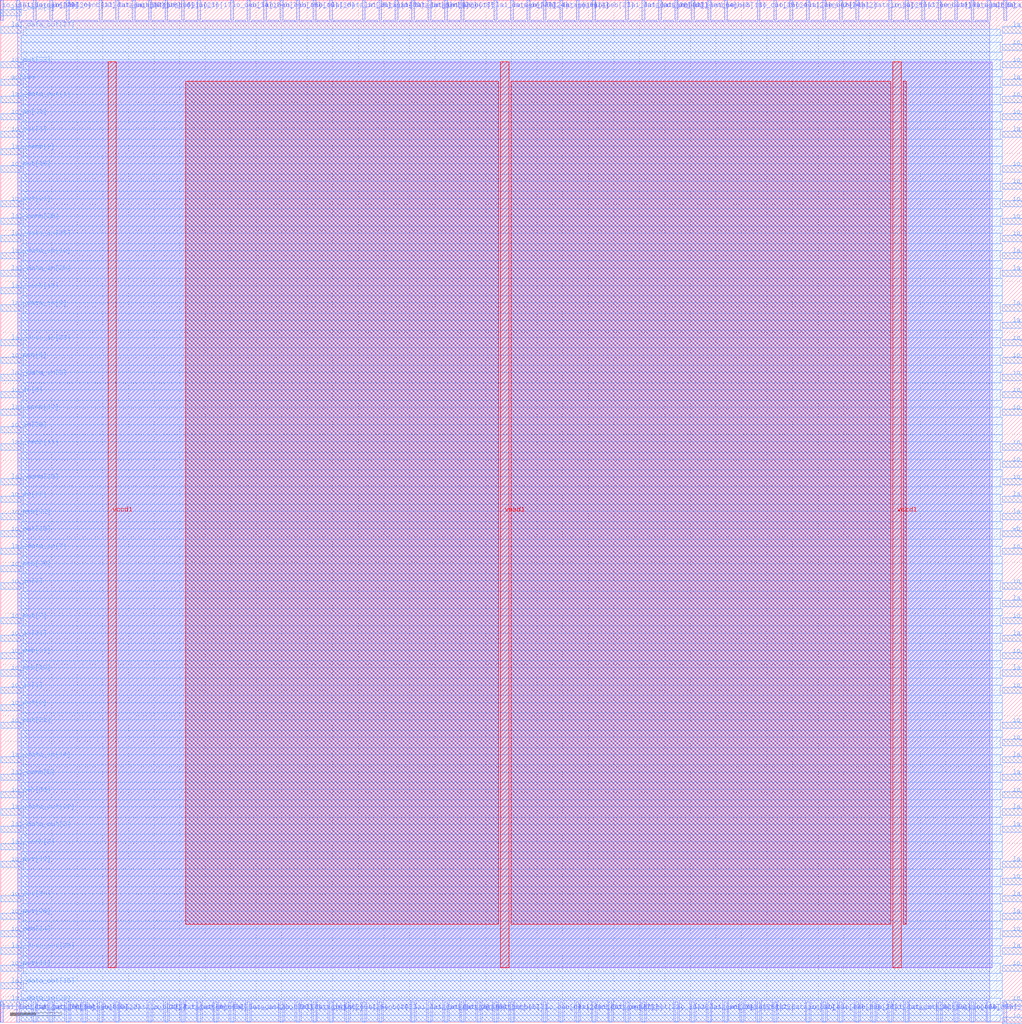
<source format=lef>
VERSION 5.7 ;
  NOWIREEXTENSIONATPIN ON ;
  DIVIDERCHAR "/" ;
  BUSBITCHARS "[]" ;
MACRO wrapped_cpr
  CLASS BLOCK ;
  FOREIGN wrapped_cpr ;
  ORIGIN 0.000 0.000 ;
  SIZE 200.000 BY 200.000 ;
  PIN active
    DIRECTION INPUT ;
    USE SIGNAL ;
    PORT
      LAYER met3 ;
        RECT 0.000 183.340 4.000 184.540 ;
    END
  END active
  PIN io_in[0]
    DIRECTION INPUT ;
    USE SIGNAL ;
    PORT
      LAYER met2 ;
        RECT 61.130 0.000 61.690 4.000 ;
    END
  END io_in[0]
  PIN io_in[10]
    DIRECTION INPUT ;
    USE SIGNAL ;
    PORT
      LAYER met2 ;
        RECT 109.430 196.000 109.990 200.000 ;
    END
  END io_in[10]
  PIN io_in[11]
    DIRECTION INPUT ;
    USE SIGNAL ;
    PORT
      LAYER met2 ;
        RECT -0.050 196.000 0.510 200.000 ;
    END
  END io_in[11]
  PIN io_in[12]
    DIRECTION INPUT ;
    USE SIGNAL ;
    PORT
      LAYER met3 ;
        RECT 196.000 166.340 200.000 167.540 ;
    END
  END io_in[12]
  PIN io_in[13]
    DIRECTION INPUT ;
    USE SIGNAL ;
    PORT
      LAYER met2 ;
        RECT 93.330 0.000 93.890 4.000 ;
    END
  END io_in[13]
  PIN io_in[14]
    DIRECTION INPUT ;
    USE SIGNAL ;
    PORT
      LAYER met2 ;
        RECT 74.010 196.000 74.570 200.000 ;
    END
  END io_in[14]
  PIN io_in[15]
    DIRECTION INPUT ;
    USE SIGNAL ;
    PORT
      LAYER met3 ;
        RECT 196.000 176.540 200.000 177.740 ;
    END
  END io_in[15]
  PIN io_in[16]
    DIRECTION INPUT ;
    USE SIGNAL ;
    PORT
      LAYER met3 ;
        RECT 196.000 16.740 200.000 17.940 ;
    END
  END io_in[16]
  PIN io_in[17]
    DIRECTION INPUT ;
    USE SIGNAL ;
    PORT
      LAYER met2 ;
        RECT 38.590 196.000 39.150 200.000 ;
    END
  END io_in[17]
  PIN io_in[18]
    DIRECTION INPUT ;
    USE SIGNAL ;
    PORT
      LAYER met2 ;
        RECT 48.250 196.000 48.810 200.000 ;
    END
  END io_in[18]
  PIN io_in[19]
    DIRECTION INPUT ;
    USE SIGNAL ;
    PORT
      LAYER met2 ;
        RECT 170.610 0.000 171.170 4.000 ;
    END
  END io_in[19]
  PIN io_in[1]
    DIRECTION INPUT ;
    USE SIGNAL ;
    PORT
      LAYER met3 ;
        RECT 0.000 64.340 4.000 65.540 ;
    END
  END io_in[1]
  PIN io_in[20]
    DIRECTION INPUT ;
    USE SIGNAL ;
    PORT
      LAYER met3 ;
        RECT 0.000 115.340 4.000 116.540 ;
    END
  END io_in[20]
  PIN io_in[21]
    DIRECTION INPUT ;
    USE SIGNAL ;
    PORT
      LAYER met3 ;
        RECT 0.000 74.540 4.000 75.740 ;
    END
  END io_in[21]
  PIN io_in[22]
    DIRECTION INPUT ;
    USE SIGNAL ;
    PORT
      LAYER met3 ;
        RECT 196.000 64.340 200.000 65.540 ;
    END
  END io_in[22]
  PIN io_in[23]
    DIRECTION INPUT ;
    USE SIGNAL ;
    PORT
      LAYER met2 ;
        RECT 35.370 196.000 35.930 200.000 ;
    END
  END io_in[23]
  PIN io_in[24]
    DIRECTION INPUT ;
    USE SIGNAL ;
    PORT
      LAYER met2 ;
        RECT 25.710 196.000 26.270 200.000 ;
    END
  END io_in[24]
  PIN io_in[25]
    DIRECTION INPUT ;
    USE SIGNAL ;
    PORT
      LAYER met2 ;
        RECT 148.070 0.000 148.630 4.000 ;
    END
  END io_in[25]
  PIN io_in[26]
    DIRECTION INPUT ;
    USE SIGNAL ;
    PORT
      LAYER met2 ;
        RECT 144.850 0.000 145.410 4.000 ;
    END
  END io_in[26]
  PIN io_in[27]
    DIRECTION INPUT ;
    USE SIGNAL ;
    PORT
      LAYER met3 ;
        RECT 196.000 43.940 200.000 45.140 ;
    END
  END io_in[27]
  PIN io_in[28]
    DIRECTION INPUT ;
    USE SIGNAL ;
    PORT
      LAYER met2 ;
        RECT 131.970 0.000 132.530 4.000 ;
    END
  END io_in[28]
  PIN io_in[29]
    DIRECTION INPUT ;
    USE SIGNAL ;
    PORT
      LAYER met2 ;
        RECT 196.370 196.000 196.930 200.000 ;
    END
  END io_in[29]
  PIN io_in[2]
    DIRECTION INPUT ;
    USE SIGNAL ;
    PORT
      LAYER met2 ;
        RECT 64.350 0.000 64.910 4.000 ;
    END
  END io_in[2]
  PIN io_in[30]
    DIRECTION INPUT ;
    USE SIGNAL ;
    PORT
      LAYER met3 ;
        RECT 196.000 77.940 200.000 79.140 ;
    END
  END io_in[30]
  PIN io_in[31]
    DIRECTION INPUT ;
    USE SIGNAL ;
    PORT
      LAYER met3 ;
        RECT 0.000 176.540 4.000 177.740 ;
    END
  END io_in[31]
  PIN io_in[32]
    DIRECTION INPUT ;
    USE SIGNAL ;
    PORT
      LAYER met2 ;
        RECT 122.310 0.000 122.870 4.000 ;
    END
  END io_in[32]
  PIN io_in[33]
    DIRECTION INPUT ;
    USE SIGNAL ;
    PORT
      LAYER met3 ;
        RECT 0.000 101.740 4.000 102.940 ;
    END
  END io_in[33]
  PIN io_in[34]
    DIRECTION INPUT ;
    USE SIGNAL ;
    PORT
      LAYER met2 ;
        RECT 151.290 196.000 151.850 200.000 ;
    END
  END io_in[34]
  PIN io_in[35]
    DIRECTION INPUT ;
    USE SIGNAL ;
    PORT
      LAYER met2 ;
        RECT 173.830 196.000 174.390 200.000 ;
    END
  END io_in[35]
  PIN io_in[36]
    DIRECTION INPUT ;
    USE SIGNAL ;
    PORT
      LAYER met3 ;
        RECT 196.000 125.540 200.000 126.740 ;
    END
  END io_in[36]
  PIN io_in[37]
    DIRECTION INPUT ;
    USE SIGNAL ;
    PORT
      LAYER met2 ;
        RECT 177.050 196.000 177.610 200.000 ;
    END
  END io_in[37]
  PIN io_in[3]
    DIRECTION INPUT ;
    USE SIGNAL ;
    PORT
      LAYER met2 ;
        RECT 112.650 196.000 113.210 200.000 ;
    END
  END io_in[3]
  PIN io_in[4]
    DIRECTION INPUT ;
    USE SIGNAL ;
    PORT
      LAYER met3 ;
        RECT 196.000 122.140 200.000 123.340 ;
    END
  END io_in[4]
  PIN io_in[5]
    DIRECTION INPUT ;
    USE SIGNAL ;
    PORT
      LAYER met3 ;
        RECT 196.000 190.140 200.000 191.340 ;
    END
  END io_in[5]
  PIN io_in[6]
    DIRECTION INPUT ;
    USE SIGNAL ;
    PORT
      LAYER met3 ;
        RECT 0.000 122.140 4.000 123.340 ;
    END
  END io_in[6]
  PIN io_in[7]
    DIRECTION INPUT ;
    USE SIGNAL ;
    PORT
      LAYER met3 ;
        RECT 0.000 84.740 4.000 85.940 ;
    END
  END io_in[7]
  PIN io_in[8]
    DIRECTION INPUT ;
    USE SIGNAL ;
    PORT
      LAYER met3 ;
        RECT 196.000 132.340 200.000 133.540 ;
    END
  END io_in[8]
  PIN io_in[9]
    DIRECTION INPUT ;
    USE SIGNAL ;
    PORT
      LAYER met2 ;
        RECT 32.150 196.000 32.710 200.000 ;
    END
  END io_in[9]
  PIN io_oeb[0]
    DIRECTION INOUT ;
    USE SIGNAL ;
    PORT
      LAYER met2 ;
        RECT 106.210 0.000 106.770 4.000 ;
    END
  END io_oeb[0]
  PIN io_oeb[10]
    DIRECTION INOUT ;
    USE SIGNAL ;
    PORT
      LAYER met3 ;
        RECT 0.000 67.740 4.000 68.940 ;
    END
  END io_oeb[10]
  PIN io_oeb[11]
    DIRECTION INOUT ;
    USE SIGNAL ;
    PORT
      LAYER met3 ;
        RECT 196.000 111.940 200.000 113.140 ;
    END
  END io_oeb[11]
  PIN io_oeb[12]
    DIRECTION INOUT ;
    USE SIGNAL ;
    PORT
      LAYER met3 ;
        RECT 196.000 57.540 200.000 58.740 ;
    END
  END io_oeb[12]
  PIN io_oeb[13]
    DIRECTION INOUT ;
    USE SIGNAL ;
    PORT
      LAYER met3 ;
        RECT 196.000 54.140 200.000 55.340 ;
    END
  END io_oeb[13]
  PIN io_oeb[14]
    DIRECTION INOUT ;
    USE SIGNAL ;
    PORT
      LAYER met3 ;
        RECT 0.000 16.740 4.000 17.940 ;
    END
  END io_oeb[14]
  PIN io_oeb[15]
    DIRECTION INOUT ;
    USE SIGNAL ;
    PORT
      LAYER met2 ;
        RECT 54.690 196.000 55.250 200.000 ;
    END
  END io_oeb[15]
  PIN io_oeb[16]
    DIRECTION INOUT ;
    USE SIGNAL ;
    PORT
      LAYER met3 ;
        RECT 196.000 9.940 200.000 11.140 ;
    END
  END io_oeb[16]
  PIN io_oeb[17]
    DIRECTION INOUT ;
    USE SIGNAL ;
    PORT
      LAYER met2 ;
        RECT 54.690 0.000 55.250 4.000 ;
    END
  END io_oeb[17]
  PIN io_oeb[18]
    DIRECTION INOUT ;
    USE SIGNAL ;
    PORT
      LAYER met2 ;
        RECT 141.630 196.000 142.190 200.000 ;
    END
  END io_oeb[18]
  PIN io_oeb[19]
    DIRECTION INOUT ;
    USE SIGNAL ;
    PORT
      LAYER met2 ;
        RECT 57.910 196.000 58.470 200.000 ;
    END
  END io_oeb[19]
  PIN io_oeb[1]
    DIRECTION INOUT ;
    USE SIGNAL ;
    PORT
      LAYER met2 ;
        RECT 157.730 0.000 158.290 4.000 ;
    END
  END io_oeb[1]
  PIN io_oeb[20]
    DIRECTION INOUT ;
    USE SIGNAL ;
    PORT
      LAYER met3 ;
        RECT 196.000 84.740 200.000 85.940 ;
    END
  END io_oeb[20]
  PIN io_oeb[21]
    DIRECTION INOUT ;
    USE SIGNAL ;
    PORT
      LAYER met2 ;
        RECT 6.390 196.000 6.950 200.000 ;
    END
  END io_oeb[21]
  PIN io_oeb[22]
    DIRECTION INOUT ;
    USE SIGNAL ;
    PORT
      LAYER met2 ;
        RECT 19.270 0.000 19.830 4.000 ;
    END
  END io_oeb[22]
  PIN io_oeb[23]
    DIRECTION INOUT ;
    USE SIGNAL ;
    PORT
      LAYER met2 ;
        RECT 99.770 196.000 100.330 200.000 ;
    END
  END io_oeb[23]
  PIN io_oeb[24]
    DIRECTION INOUT ;
    USE SIGNAL ;
    PORT
      LAYER met2 ;
        RECT 102.990 196.000 103.550 200.000 ;
    END
  END io_oeb[24]
  PIN io_oeb[25]
    DIRECTION INOUT ;
    USE SIGNAL ;
    PORT
      LAYER met2 ;
        RECT 189.930 0.000 190.490 4.000 ;
    END
  END io_oeb[25]
  PIN io_oeb[26]
    DIRECTION INOUT ;
    USE SIGNAL ;
    PORT
      LAYER met3 ;
        RECT 196.000 156.140 200.000 157.340 ;
    END
  END io_oeb[26]
  PIN io_oeb[27]
    DIRECTION INOUT ;
    USE SIGNAL ;
    PORT
      LAYER met2 ;
        RECT 115.870 196.000 116.430 200.000 ;
    END
  END io_oeb[27]
  PIN io_oeb[28]
    DIRECTION INOUT ;
    USE SIGNAL ;
    PORT
      LAYER met2 ;
        RECT 167.390 0.000 167.950 4.000 ;
    END
  END io_oeb[28]
  PIN io_oeb[29]
    DIRECTION INOUT ;
    USE SIGNAL ;
    PORT
      LAYER met3 ;
        RECT 196.000 128.940 200.000 130.140 ;
    END
  END io_oeb[29]
  PIN io_oeb[2]
    DIRECTION INOUT ;
    USE SIGNAL ;
    PORT
      LAYER met2 ;
        RECT 164.170 196.000 164.730 200.000 ;
    END
  END io_oeb[2]
  PIN io_oeb[30]
    DIRECTION INOUT ;
    USE SIGNAL ;
    PORT
      LAYER met2 ;
        RECT 9.610 196.000 10.170 200.000 ;
    END
  END io_oeb[30]
  PIN io_oeb[31]
    DIRECTION INOUT ;
    USE SIGNAL ;
    PORT
      LAYER met2 ;
        RECT 164.170 0.000 164.730 4.000 ;
    END
  END io_oeb[31]
  PIN io_oeb[32]
    DIRECTION INOUT ;
    USE SIGNAL ;
    PORT
      LAYER met3 ;
        RECT 0.000 98.340 4.000 99.540 ;
    END
  END io_oeb[32]
  PIN io_oeb[33]
    DIRECTION INOUT ;
    USE SIGNAL ;
    PORT
      LAYER met2 ;
        RECT 193.150 0.000 193.710 4.000 ;
    END
  END io_oeb[33]
  PIN io_oeb[34]
    DIRECTION INOUT ;
    USE SIGNAL ;
    PORT
      LAYER met2 ;
        RECT 45.030 196.000 45.590 200.000 ;
    END
  END io_oeb[34]
  PIN io_oeb[35]
    DIRECTION INOUT ;
    USE SIGNAL ;
    PORT
      LAYER met3 ;
        RECT 0.000 88.140 4.000 89.340 ;
    END
  END io_oeb[35]
  PIN io_oeb[36]
    DIRECTION INOUT ;
    USE SIGNAL ;
    PORT
      LAYER met3 ;
        RECT 0.000 43.940 4.000 45.140 ;
    END
  END io_oeb[36]
  PIN io_oeb[37]
    DIRECTION INOUT ;
    USE SIGNAL ;
    PORT
      LAYER met3 ;
        RECT 0.000 71.140 4.000 72.340 ;
    END
  END io_oeb[37]
  PIN io_oeb[3]
    DIRECTION INOUT ;
    USE SIGNAL ;
    PORT
      LAYER met2 ;
        RECT 99.770 0.000 100.330 4.000 ;
    END
  END io_oeb[3]
  PIN io_oeb[4]
    DIRECTION INOUT ;
    USE SIGNAL ;
    PORT
      LAYER met3 ;
        RECT 196.000 -0.260 200.000 0.940 ;
    END
  END io_oeb[4]
  PIN io_oeb[5]
    DIRECTION INOUT ;
    USE SIGNAL ;
    PORT
      LAYER met3 ;
        RECT 0.000 128.940 4.000 130.140 ;
    END
  END io_oeb[5]
  PIN io_oeb[6]
    DIRECTION INOUT ;
    USE SIGNAL ;
    PORT
      LAYER met3 ;
        RECT 196.000 71.140 200.000 72.340 ;
    END
  END io_oeb[6]
  PIN io_oeb[7]
    DIRECTION INOUT ;
    USE SIGNAL ;
    PORT
      LAYER met2 ;
        RECT 51.470 196.000 52.030 200.000 ;
    END
  END io_oeb[7]
  PIN io_oeb[8]
    DIRECTION INOUT ;
    USE SIGNAL ;
    PORT
      LAYER met2 ;
        RECT 16.050 0.000 16.610 4.000 ;
    END
  END io_oeb[8]
  PIN io_oeb[9]
    DIRECTION INOUT ;
    USE SIGNAL ;
    PORT
      LAYER met2 ;
        RECT 41.810 0.000 42.370 4.000 ;
    END
  END io_oeb[9]
  PIN io_out[0]
    DIRECTION INOUT ;
    USE SIGNAL ;
    PORT
      LAYER met3 ;
        RECT 196.000 186.740 200.000 187.940 ;
    END
  END io_out[0]
  PIN io_out[10]
    DIRECTION INOUT ;
    USE SIGNAL ;
    PORT
      LAYER met3 ;
        RECT 196.000 108.540 200.000 109.740 ;
    END
  END io_out[10]
  PIN io_out[11]
    DIRECTION INOUT ;
    USE SIGNAL ;
    PORT
      LAYER met3 ;
        RECT 0.000 9.940 4.000 11.140 ;
    END
  END io_out[11]
  PIN io_out[12]
    DIRECTION INOUT ;
    USE SIGNAL ;
    PORT
      LAYER met3 ;
        RECT 0.000 30.340 4.000 31.540 ;
    END
  END io_out[12]
  PIN io_out[13]
    DIRECTION INOUT ;
    USE SIGNAL ;
    PORT
      LAYER met2 ;
        RECT 160.950 0.000 161.510 4.000 ;
    END
  END io_out[13]
  PIN io_out[14]
    DIRECTION INOUT ;
    USE SIGNAL ;
    PORT
      LAYER met3 ;
        RECT 196.000 159.540 200.000 160.740 ;
    END
  END io_out[14]
  PIN io_out[15]
    DIRECTION INOUT ;
    USE SIGNAL ;
    PORT
      LAYER met3 ;
        RECT 0.000 166.340 4.000 167.540 ;
    END
  END io_out[15]
  PIN io_out[16]
    DIRECTION INOUT ;
    USE SIGNAL ;
    PORT
      LAYER met3 ;
        RECT 196.000 105.140 200.000 106.340 ;
    END
  END io_out[16]
  PIN io_out[17]
    DIRECTION INOUT ;
    USE SIGNAL ;
    PORT
      LAYER met2 ;
        RECT 183.490 196.000 184.050 200.000 ;
    END
  END io_out[17]
  PIN io_out[18]
    DIRECTION INOUT ;
    USE SIGNAL ;
    PORT
      LAYER met2 ;
        RECT 186.710 0.000 187.270 4.000 ;
    END
  END io_out[18]
  PIN io_out[19]
    DIRECTION INOUT ;
    USE SIGNAL ;
    PORT
      LAYER met3 ;
        RECT 0.000 94.940 4.000 96.140 ;
    END
  END io_out[19]
  PIN io_out[1]
    DIRECTION INOUT ;
    USE SIGNAL ;
    PORT
      LAYER met2 ;
        RECT 131.970 196.000 132.530 200.000 ;
    END
  END io_out[1]
  PIN io_out[20]
    DIRECTION INOUT ;
    USE SIGNAL ;
    PORT
      LAYER met2 ;
        RECT 160.950 196.000 161.510 200.000 ;
    END
  END io_out[20]
  PIN io_out[21]
    DIRECTION INOUT ;
    USE SIGNAL ;
    PORT
      LAYER met3 ;
        RECT 0.000 159.540 4.000 160.740 ;
    END
  END io_out[21]
  PIN io_out[22]
    DIRECTION INOUT ;
    USE SIGNAL ;
    PORT
      LAYER met2 ;
        RECT 125.530 0.000 126.090 4.000 ;
    END
  END io_out[22]
  PIN io_out[23]
    DIRECTION INOUT ;
    USE SIGNAL ;
    PORT
      LAYER met3 ;
        RECT 196.000 91.540 200.000 92.740 ;
    END
  END io_out[23]
  PIN io_out[24]
    DIRECTION INOUT ;
    USE SIGNAL ;
    PORT
      LAYER met2 ;
        RECT 109.430 0.000 109.990 4.000 ;
    END
  END io_out[24]
  PIN io_out[25]
    DIRECTION INOUT ;
    USE SIGNAL ;
    PORT
      LAYER met2 ;
        RECT 148.070 196.000 148.630 200.000 ;
    END
  END io_out[25]
  PIN io_out[26]
    DIRECTION INOUT ;
    USE SIGNAL ;
    PORT
      LAYER met3 ;
        RECT 0.000 20.140 4.000 21.340 ;
    END
  END io_out[26]
  PIN io_out[27]
    DIRECTION INOUT ;
    USE SIGNAL ;
    PORT
      LAYER met2 ;
        RECT 154.510 196.000 155.070 200.000 ;
    END
  END io_out[27]
  PIN io_out[28]
    DIRECTION INOUT ;
    USE SIGNAL ;
    PORT
      LAYER met2 ;
        RECT 67.570 0.000 68.130 4.000 ;
    END
  END io_out[28]
  PIN io_out[29]
    DIRECTION INOUT ;
    USE SIGNAL ;
    PORT
      LAYER met3 ;
        RECT 196.000 3.140 200.000 4.340 ;
    END
  END io_out[29]
  PIN io_out[2]
    DIRECTION INOUT ;
    USE SIGNAL ;
    PORT
      LAYER met2 ;
        RECT 28.930 0.000 29.490 4.000 ;
    END
  END io_out[2]
  PIN io_out[30]
    DIRECTION INOUT ;
    USE SIGNAL ;
    PORT
      LAYER met3 ;
        RECT 0.000 23.540 4.000 24.740 ;
    END
  END io_out[30]
  PIN io_out[31]
    DIRECTION INOUT ;
    USE SIGNAL ;
    PORT
      LAYER met3 ;
        RECT 0.000 57.540 4.000 58.740 ;
    END
  END io_out[31]
  PIN io_out[32]
    DIRECTION INOUT ;
    USE SIGNAL ;
    PORT
      LAYER met3 ;
        RECT 0.000 186.740 4.000 187.940 ;
    END
  END io_out[32]
  PIN io_out[33]
    DIRECTION INOUT ;
    USE SIGNAL ;
    PORT
      LAYER met3 ;
        RECT 196.000 26.940 200.000 28.140 ;
    END
  END io_out[33]
  PIN io_out[34]
    DIRECTION INOUT ;
    USE SIGNAL ;
    PORT
      LAYER met3 ;
        RECT 196.000 162.940 200.000 164.140 ;
    END
  END io_out[34]
  PIN io_out[35]
    DIRECTION INOUT ;
    USE SIGNAL ;
    PORT
      LAYER met3 ;
        RECT 196.000 152.740 200.000 153.940 ;
    END
  END io_out[35]
  PIN io_out[36]
    DIRECTION INOUT ;
    USE SIGNAL ;
    PORT
      LAYER met2 ;
        RECT 61.130 196.000 61.690 200.000 ;
    END
  END io_out[36]
  PIN io_out[37]
    DIRECTION INOUT ;
    USE SIGNAL ;
    PORT
      LAYER met3 ;
        RECT 196.000 179.940 200.000 181.140 ;
    END
  END io_out[37]
  PIN io_out[3]
    DIRECTION INOUT ;
    USE SIGNAL ;
    PORT
      LAYER met3 ;
        RECT 0.000 173.140 4.000 174.340 ;
    END
  END io_out[3]
  PIN io_out[4]
    DIRECTION INOUT ;
    USE SIGNAL ;
    PORT
      LAYER met3 ;
        RECT 196.000 118.740 200.000 119.940 ;
    END
  END io_out[4]
  PIN io_out[5]
    DIRECTION INOUT ;
    USE SIGNAL ;
    PORT
      LAYER met2 ;
        RECT 90.110 196.000 90.670 200.000 ;
    END
  END io_out[5]
  PIN io_out[6]
    DIRECTION INOUT ;
    USE SIGNAL ;
    PORT
      LAYER met2 ;
        RECT 189.930 196.000 190.490 200.000 ;
    END
  END io_out[6]
  PIN io_out[7]
    DIRECTION INOUT ;
    USE SIGNAL ;
    PORT
      LAYER met3 ;
        RECT 0.000 77.940 4.000 79.140 ;
    END
  END io_out[7]
  PIN io_out[8]
    DIRECTION INOUT ;
    USE SIGNAL ;
    PORT
      LAYER met2 ;
        RECT 74.010 0.000 74.570 4.000 ;
    END
  END io_out[8]
  PIN io_out[9]
    DIRECTION INOUT ;
    USE SIGNAL ;
    PORT
      LAYER met3 ;
        RECT 0.000 60.940 4.000 62.140 ;
    END
  END io_out[9]
  PIN la1_data_in[0]
    DIRECTION INPUT ;
    USE SIGNAL ;
    PORT
      LAYER met3 ;
        RECT 196.000 30.340 200.000 31.540 ;
    END
  END la1_data_in[0]
  PIN la1_data_in[10]
    DIRECTION INPUT ;
    USE SIGNAL ;
    PORT
      LAYER met2 ;
        RECT 86.890 0.000 87.450 4.000 ;
    END
  END la1_data_in[10]
  PIN la1_data_in[11]
    DIRECTION INPUT ;
    USE SIGNAL ;
    PORT
      LAYER met3 ;
        RECT 196.000 23.540 200.000 24.740 ;
    END
  END la1_data_in[11]
  PIN la1_data_in[12]
    DIRECTION INPUT ;
    USE SIGNAL ;
    PORT
      LAYER met3 ;
        RECT 0.000 149.340 4.000 150.540 ;
    END
  END la1_data_in[12]
  PIN la1_data_in[13]
    DIRECTION INPUT ;
    USE SIGNAL ;
    PORT
      LAYER met2 ;
        RECT 135.190 0.000 135.750 4.000 ;
    END
  END la1_data_in[13]
  PIN la1_data_in[14]
    DIRECTION INPUT ;
    USE SIGNAL ;
    PORT
      LAYER met3 ;
        RECT 0.000 50.740 4.000 51.940 ;
    END
  END la1_data_in[14]
  PIN la1_data_in[15]
    DIRECTION INPUT ;
    USE SIGNAL ;
    PORT
      LAYER met2 ;
        RECT 64.350 196.000 64.910 200.000 ;
    END
  END la1_data_in[15]
  PIN la1_data_in[16]
    DIRECTION INPUT ;
    USE SIGNAL ;
    PORT
      LAYER met2 ;
        RECT 125.530 196.000 126.090 200.000 ;
    END
  END la1_data_in[16]
  PIN la1_data_in[17]
    DIRECTION INPUT ;
    USE SIGNAL ;
    PORT
      LAYER met2 ;
        RECT 96.550 196.000 97.110 200.000 ;
    END
  END la1_data_in[17]
  PIN la1_data_in[18]
    DIRECTION INPUT ;
    USE SIGNAL ;
    PORT
      LAYER met2 ;
        RECT 173.830 0.000 174.390 4.000 ;
    END
  END la1_data_in[18]
  PIN la1_data_in[19]
    DIRECTION INPUT ;
    USE SIGNAL ;
    PORT
      LAYER met2 ;
        RECT 70.790 196.000 71.350 200.000 ;
    END
  END la1_data_in[19]
  PIN la1_data_in[1]
    DIRECTION INPUT ;
    USE SIGNAL ;
    PORT
      LAYER met2 ;
        RECT 80.450 0.000 81.010 4.000 ;
    END
  END la1_data_in[1]
  PIN la1_data_in[20]
    DIRECTION INPUT ;
    USE SIGNAL ;
    PORT
      LAYER met3 ;
        RECT 0.000 145.940 4.000 147.140 ;
    END
  END la1_data_in[20]
  PIN la1_data_in[21]
    DIRECTION INPUT ;
    USE SIGNAL ;
    PORT
      LAYER met2 ;
        RECT 193.150 196.000 193.710 200.000 ;
    END
  END la1_data_in[21]
  PIN la1_data_in[22]
    DIRECTION INPUT ;
    USE SIGNAL ;
    PORT
      LAYER met3 ;
        RECT 196.000 37.140 200.000 38.340 ;
    END
  END la1_data_in[22]
  PIN la1_data_in[23]
    DIRECTION INPUT ;
    USE SIGNAL ;
    PORT
      LAYER met3 ;
        RECT 0.000 3.140 4.000 4.340 ;
    END
  END la1_data_in[23]
  PIN la1_data_in[24]
    DIRECTION INPUT ;
    USE SIGNAL ;
    PORT
      LAYER met2 ;
        RECT 57.910 0.000 58.470 4.000 ;
    END
  END la1_data_in[24]
  PIN la1_data_in[25]
    DIRECTION INPUT ;
    USE SIGNAL ;
    PORT
      LAYER met3 ;
        RECT 0.000 152.740 4.000 153.940 ;
    END
  END la1_data_in[25]
  PIN la1_data_in[26]
    DIRECTION INPUT ;
    USE SIGNAL ;
    PORT
      LAYER met3 ;
        RECT 196.000 13.340 200.000 14.540 ;
    END
  END la1_data_in[26]
  PIN la1_data_in[27]
    DIRECTION INPUT ;
    USE SIGNAL ;
    PORT
      LAYER met2 ;
        RECT 115.870 0.000 116.430 4.000 ;
    END
  END la1_data_in[27]
  PIN la1_data_in[28]
    DIRECTION INPUT ;
    USE SIGNAL ;
    PORT
      LAYER met3 ;
        RECT 0.000 132.340 4.000 133.540 ;
    END
  END la1_data_in[28]
  PIN la1_data_in[29]
    DIRECTION INPUT ;
    USE SIGNAL ;
    PORT
      LAYER met2 ;
        RECT 3.170 196.000 3.730 200.000 ;
    END
  END la1_data_in[29]
  PIN la1_data_in[2]
    DIRECTION INPUT ;
    USE SIGNAL ;
    PORT
      LAYER met2 ;
        RECT 45.030 0.000 45.590 4.000 ;
    END
  END la1_data_in[2]
  PIN la1_data_in[30]
    DIRECTION INPUT ;
    USE SIGNAL ;
    PORT
      LAYER met2 ;
        RECT 6.390 0.000 6.950 4.000 ;
    END
  END la1_data_in[30]
  PIN la1_data_in[31]
    DIRECTION INPUT ;
    USE SIGNAL ;
    PORT
      LAYER met2 ;
        RECT 151.290 0.000 151.850 4.000 ;
    END
  END la1_data_in[31]
  PIN la1_data_in[3]
    DIRECTION INPUT ;
    USE SIGNAL ;
    PORT
      LAYER met3 ;
        RECT 0.000 125.540 4.000 126.740 ;
    END
  END la1_data_in[3]
  PIN la1_data_in[4]
    DIRECTION INPUT ;
    USE SIGNAL ;
    PORT
      LAYER met2 ;
        RECT 167.390 196.000 167.950 200.000 ;
    END
  END la1_data_in[4]
  PIN la1_data_in[5]
    DIRECTION INPUT ;
    USE SIGNAL ;
    PORT
      LAYER met3 ;
        RECT 196.000 98.340 200.000 99.540 ;
    END
  END la1_data_in[5]
  PIN la1_data_in[6]
    DIRECTION INPUT ;
    USE SIGNAL ;
    PORT
      LAYER met2 ;
        RECT 77.230 196.000 77.790 200.000 ;
    END
  END la1_data_in[6]
  PIN la1_data_in[7]
    DIRECTION INPUT ;
    USE SIGNAL ;
    PORT
      LAYER met3 ;
        RECT 0.000 91.540 4.000 92.740 ;
    END
  END la1_data_in[7]
  PIN la1_data_in[8]
    DIRECTION INPUT ;
    USE SIGNAL ;
    PORT
      LAYER met2 ;
        RECT 80.450 196.000 81.010 200.000 ;
    END
  END la1_data_in[8]
  PIN la1_data_in[9]
    DIRECTION INPUT ;
    USE SIGNAL ;
    PORT
      LAYER met3 ;
        RECT 0.000 139.140 4.000 140.340 ;
    END
  END la1_data_in[9]
  PIN la1_data_out[0]
    DIRECTION INOUT ;
    USE SIGNAL ;
    PORT
      LAYER met2 ;
        RECT 32.150 0.000 32.710 4.000 ;
    END
  END la1_data_out[0]
  PIN la1_data_out[10]
    DIRECTION INOUT ;
    USE SIGNAL ;
    PORT
      LAYER met3 ;
        RECT 196.000 47.340 200.000 48.540 ;
    END
  END la1_data_out[10]
  PIN la1_data_out[11]
    DIRECTION INOUT ;
    USE SIGNAL ;
    PORT
      LAYER met2 ;
        RECT 90.110 0.000 90.670 4.000 ;
    END
  END la1_data_out[11]
  PIN la1_data_out[12]
    DIRECTION INOUT ;
    USE SIGNAL ;
    PORT
      LAYER met3 ;
        RECT 196.000 183.340 200.000 184.540 ;
    END
  END la1_data_out[12]
  PIN la1_data_out[13]
    DIRECTION INOUT ;
    USE SIGNAL ;
    PORT
      LAYER met2 ;
        RECT 19.270 196.000 19.830 200.000 ;
    END
  END la1_data_out[13]
  PIN la1_data_out[14]
    DIRECTION INOUT ;
    USE SIGNAL ;
    PORT
      LAYER met2 ;
        RECT 106.210 196.000 106.770 200.000 ;
    END
  END la1_data_out[14]
  PIN la1_data_out[15]
    DIRECTION INOUT ;
    USE SIGNAL ;
    PORT
      LAYER met3 ;
        RECT 0.000 6.540 4.000 7.740 ;
    END
  END la1_data_out[15]
  PIN la1_data_out[16]
    DIRECTION INOUT ;
    USE SIGNAL ;
    PORT
      LAYER met3 ;
        RECT 196.000 67.740 200.000 68.940 ;
    END
  END la1_data_out[16]
  PIN la1_data_out[17]
    DIRECTION INOUT ;
    USE SIGNAL ;
    PORT
      LAYER met3 ;
        RECT 196.000 145.940 200.000 147.140 ;
    END
  END la1_data_out[17]
  PIN la1_data_out[18]
    DIRECTION INOUT ;
    USE SIGNAL ;
    PORT
      LAYER met2 ;
        RECT 22.490 196.000 23.050 200.000 ;
    END
  END la1_data_out[18]
  PIN la1_data_out[19]
    DIRECTION INOUT ;
    USE SIGNAL ;
    PORT
      LAYER met3 ;
        RECT 196.000 101.740 200.000 102.940 ;
    END
  END la1_data_out[19]
  PIN la1_data_out[1]
    DIRECTION INOUT ;
    USE SIGNAL ;
    PORT
      LAYER met3 ;
        RECT 0.000 179.940 4.000 181.140 ;
    END
  END la1_data_out[1]
  PIN la1_data_out[20]
    DIRECTION INOUT ;
    USE SIGNAL ;
    PORT
      LAYER met3 ;
        RECT 0.000 40.540 4.000 41.740 ;
    END
  END la1_data_out[20]
  PIN la1_data_out[21]
    DIRECTION INOUT ;
    USE SIGNAL ;
    PORT
      LAYER met3 ;
        RECT 196.000 173.140 200.000 174.340 ;
    END
  END la1_data_out[21]
  PIN la1_data_out[22]
    DIRECTION INOUT ;
    USE SIGNAL ;
    PORT
      LAYER met2 ;
        RECT 122.310 196.000 122.870 200.000 ;
    END
  END la1_data_out[22]
  PIN la1_data_out[23]
    DIRECTION INOUT ;
    USE SIGNAL ;
    PORT
      LAYER met2 ;
        RECT 48.250 0.000 48.810 4.000 ;
    END
  END la1_data_out[23]
  PIN la1_data_out[24]
    DIRECTION INOUT ;
    USE SIGNAL ;
    PORT
      LAYER met3 ;
        RECT 196.000 74.540 200.000 75.740 ;
    END
  END la1_data_out[24]
  PIN la1_data_out[25]
    DIRECTION INOUT ;
    USE SIGNAL ;
    PORT
      LAYER met3 ;
        RECT 0.000 13.340 4.000 14.540 ;
    END
  END la1_data_out[25]
  PIN la1_data_out[26]
    DIRECTION INOUT ;
    USE SIGNAL ;
    PORT
      LAYER met3 ;
        RECT 196.000 20.140 200.000 21.340 ;
    END
  END la1_data_out[26]
  PIN la1_data_out[27]
    DIRECTION INOUT ;
    USE SIGNAL ;
    PORT
      LAYER met3 ;
        RECT 0.000 193.540 4.000 194.740 ;
    END
  END la1_data_out[27]
  PIN la1_data_out[28]
    DIRECTION INOUT ;
    USE SIGNAL ;
    PORT
      LAYER met2 ;
        RECT 177.050 0.000 177.610 4.000 ;
    END
  END la1_data_out[28]
  PIN la1_data_out[29]
    DIRECTION INOUT ;
    USE SIGNAL ;
    PORT
      LAYER met2 ;
        RECT 22.490 0.000 23.050 4.000 ;
    END
  END la1_data_out[29]
  PIN la1_data_out[2]
    DIRECTION INOUT ;
    USE SIGNAL ;
    PORT
      LAYER met2 ;
        RECT 83.670 0.000 84.230 4.000 ;
    END
  END la1_data_out[2]
  PIN la1_data_out[30]
    DIRECTION INOUT ;
    USE SIGNAL ;
    PORT
      LAYER met3 ;
        RECT 196.000 50.740 200.000 51.940 ;
    END
  END la1_data_out[30]
  PIN la1_data_out[31]
    DIRECTION INOUT ;
    USE SIGNAL ;
    PORT
      LAYER met3 ;
        RECT 196.000 193.540 200.000 194.740 ;
    END
  END la1_data_out[31]
  PIN la1_data_out[3]
    DIRECTION INOUT ;
    USE SIGNAL ;
    PORT
      LAYER met3 ;
        RECT 0.000 37.140 4.000 38.340 ;
    END
  END la1_data_out[3]
  PIN la1_data_out[4]
    DIRECTION INOUT ;
    USE SIGNAL ;
    PORT
      LAYER met2 ;
        RECT 183.490 0.000 184.050 4.000 ;
    END
  END la1_data_out[4]
  PIN la1_data_out[5]
    DIRECTION INOUT ;
    USE SIGNAL ;
    PORT
      LAYER met2 ;
        RECT 12.830 0.000 13.390 4.000 ;
    END
  END la1_data_out[5]
  PIN la1_data_out[6]
    DIRECTION INOUT ;
    USE SIGNAL ;
    PORT
      LAYER met3 ;
        RECT 196.000 81.340 200.000 82.540 ;
    END
  END la1_data_out[6]
  PIN la1_data_out[7]
    DIRECTION INOUT ;
    USE SIGNAL ;
    PORT
      LAYER met2 ;
        RECT 3.170 0.000 3.730 4.000 ;
    END
  END la1_data_out[7]
  PIN la1_data_out[8]
    DIRECTION INOUT ;
    USE SIGNAL ;
    PORT
      LAYER met3 ;
        RECT 196.000 149.340 200.000 150.540 ;
    END
  END la1_data_out[8]
  PIN la1_data_out[9]
    DIRECTION INOUT ;
    USE SIGNAL ;
    PORT
      LAYER met2 ;
        RECT 186.710 196.000 187.270 200.000 ;
    END
  END la1_data_out[9]
  PIN la1_oenb[0]
    DIRECTION INPUT ;
    USE SIGNAL ;
    PORT
      LAYER met2 ;
        RECT 196.370 0.000 196.930 4.000 ;
    END
  END la1_oenb[0]
  PIN la1_oenb[10]
    DIRECTION INPUT ;
    USE SIGNAL ;
    PORT
      LAYER met2 ;
        RECT 180.270 196.000 180.830 200.000 ;
    END
  END la1_oenb[10]
  PIN la1_oenb[11]
    DIRECTION INPUT ;
    USE SIGNAL ;
    PORT
      LAYER met3 ;
        RECT 0.000 111.940 4.000 113.140 ;
    END
  END la1_oenb[11]
  PIN la1_oenb[12]
    DIRECTION INPUT ;
    USE SIGNAL ;
    PORT
      LAYER met3 ;
        RECT 0.000 118.740 4.000 119.940 ;
    END
  END la1_oenb[12]
  PIN la1_oenb[13]
    DIRECTION INPUT ;
    USE SIGNAL ;
    PORT
      LAYER met2 ;
        RECT 119.090 0.000 119.650 4.000 ;
    END
  END la1_oenb[13]
  PIN la1_oenb[14]
    DIRECTION INPUT ;
    USE SIGNAL ;
    PORT
      LAYER met2 ;
        RECT -0.050 0.000 0.510 4.000 ;
    END
  END la1_oenb[14]
  PIN la1_oenb[15]
    DIRECTION INPUT ;
    USE SIGNAL ;
    PORT
      LAYER met2 ;
        RECT 141.630 0.000 142.190 4.000 ;
    END
  END la1_oenb[15]
  PIN la1_oenb[16]
    DIRECTION INPUT ;
    USE SIGNAL ;
    PORT
      LAYER met3 ;
        RECT 0.000 142.540 4.000 143.740 ;
    END
  END la1_oenb[16]
  PIN la1_oenb[17]
    DIRECTION INPUT ;
    USE SIGNAL ;
    PORT
      LAYER met2 ;
        RECT 12.830 196.000 13.390 200.000 ;
    END
  END la1_oenb[17]
  PIN la1_oenb[18]
    DIRECTION INPUT ;
    USE SIGNAL ;
    PORT
      LAYER met2 ;
        RECT 86.890 196.000 87.450 200.000 ;
    END
  END la1_oenb[18]
  PIN la1_oenb[19]
    DIRECTION INPUT ;
    USE SIGNAL ;
    PORT
      LAYER met3 ;
        RECT 0.000 105.140 4.000 106.340 ;
    END
  END la1_oenb[19]
  PIN la1_oenb[1]
    DIRECTION INPUT ;
    USE SIGNAL ;
    PORT
      LAYER met2 ;
        RECT 35.370 0.000 35.930 4.000 ;
    END
  END la1_oenb[1]
  PIN la1_oenb[20]
    DIRECTION INPUT ;
    USE SIGNAL ;
    PORT
      LAYER met2 ;
        RECT 9.610 0.000 10.170 4.000 ;
    END
  END la1_oenb[20]
  PIN la1_oenb[21]
    DIRECTION INPUT ;
    USE SIGNAL ;
    PORT
      LAYER met2 ;
        RECT 128.750 196.000 129.310 200.000 ;
    END
  END la1_oenb[21]
  PIN la1_oenb[22]
    DIRECTION INPUT ;
    USE SIGNAL ;
    PORT
      LAYER met2 ;
        RECT 83.670 196.000 84.230 200.000 ;
    END
  END la1_oenb[22]
  PIN la1_oenb[23]
    DIRECTION INPUT ;
    USE SIGNAL ;
    PORT
      LAYER met2 ;
        RECT 96.550 0.000 97.110 4.000 ;
    END
  END la1_oenb[23]
  PIN la1_oenb[24]
    DIRECTION INPUT ;
    USE SIGNAL ;
    PORT
      LAYER met2 ;
        RECT 157.730 196.000 158.290 200.000 ;
    END
  END la1_oenb[24]
  PIN la1_oenb[25]
    DIRECTION INPUT ;
    USE SIGNAL ;
    PORT
      LAYER met3 ;
        RECT 196.000 40.540 200.000 41.740 ;
    END
  END la1_oenb[25]
  PIN la1_oenb[26]
    DIRECTION INPUT ;
    USE SIGNAL ;
    PORT
      LAYER met3 ;
        RECT 0.000 156.140 4.000 157.340 ;
    END
  END la1_oenb[26]
  PIN la1_oenb[27]
    DIRECTION INPUT ;
    USE SIGNAL ;
    PORT
      LAYER met3 ;
        RECT 196.000 139.140 200.000 140.340 ;
    END
  END la1_oenb[27]
  PIN la1_oenb[28]
    DIRECTION INPUT ;
    USE SIGNAL ;
    PORT
      LAYER met2 ;
        RECT 38.590 0.000 39.150 4.000 ;
    END
  END la1_oenb[28]
  PIN la1_oenb[29]
    DIRECTION INPUT ;
    USE SIGNAL ;
    PORT
      LAYER met2 ;
        RECT 70.790 0.000 71.350 4.000 ;
    END
  END la1_oenb[29]
  PIN la1_oenb[2]
    DIRECTION INPUT ;
    USE SIGNAL ;
    PORT
      LAYER met3 ;
        RECT 0.000 33.740 4.000 34.940 ;
    END
  END la1_oenb[2]
  PIN la1_oenb[30]
    DIRECTION INPUT ;
    USE SIGNAL ;
    PORT
      LAYER met3 ;
        RECT 196.000 135.740 200.000 136.940 ;
    END
  END la1_oenb[30]
  PIN la1_oenb[31]
    DIRECTION INPUT ;
    USE SIGNAL ;
    PORT
      LAYER met2 ;
        RECT 112.650 0.000 113.210 4.000 ;
    END
  END la1_oenb[31]
  PIN la1_oenb[3]
    DIRECTION INPUT ;
    USE SIGNAL ;
    PORT
      LAYER met2 ;
        RECT 138.410 196.000 138.970 200.000 ;
    END
  END la1_oenb[3]
  PIN la1_oenb[4]
    DIRECTION INPUT ;
    USE SIGNAL ;
    PORT
      LAYER met2 ;
        RECT 135.190 196.000 135.750 200.000 ;
    END
  END la1_oenb[4]
  PIN la1_oenb[5]
    DIRECTION INPUT ;
    USE SIGNAL ;
    PORT
      LAYER met3 ;
        RECT 0.000 196.940 4.000 198.140 ;
    END
  END la1_oenb[5]
  PIN la1_oenb[6]
    DIRECTION INPUT ;
    USE SIGNAL ;
    PORT
      LAYER met2 ;
        RECT 28.930 196.000 29.490 200.000 ;
    END
  END la1_oenb[6]
  PIN la1_oenb[7]
    DIRECTION INPUT ;
    USE SIGNAL ;
    PORT
      LAYER met2 ;
        RECT 138.410 0.000 138.970 4.000 ;
    END
  END la1_oenb[7]
  PIN la1_oenb[8]
    DIRECTION INPUT ;
    USE SIGNAL ;
    PORT
      LAYER met3 ;
        RECT 0.000 47.340 4.000 48.540 ;
    END
  END la1_oenb[8]
  PIN la1_oenb[9]
    DIRECTION INPUT ;
    USE SIGNAL ;
    PORT
      LAYER met3 ;
        RECT 0.000 169.740 4.000 170.940 ;
    END
  END la1_oenb[9]
  PIN vccd1
    DIRECTION INPUT ;
    USE POWER ;
    PORT
      LAYER met4 ;
        RECT 21.040 10.640 22.640 187.920 ;
    END
    PORT
      LAYER met4 ;
        RECT 174.640 10.640 176.240 187.920 ;
    END
  END vccd1
  PIN vssd1
    DIRECTION INPUT ;
    USE GROUND ;
    PORT
      LAYER met4 ;
        RECT 97.840 10.640 99.440 187.920 ;
    END
  END vssd1
  PIN wb_clk_i
    DIRECTION INPUT ;
    USE SIGNAL ;
    PORT
      LAYER met3 ;
        RECT 196.000 94.940 200.000 96.140 ;
    END
  END wb_clk_i
  OBS
      LAYER li1 ;
        RECT 5.520 10.795 194.120 187.765 ;
      LAYER met1 ;
        RECT 3.290 10.640 194.120 187.920 ;
      LAYER met2 ;
        RECT 4.010 195.720 6.110 196.000 ;
        RECT 7.230 195.720 9.330 196.000 ;
        RECT 10.450 195.720 12.550 196.000 ;
        RECT 13.670 195.720 18.990 196.000 ;
        RECT 20.110 195.720 22.210 196.000 ;
        RECT 23.330 195.720 25.430 196.000 ;
        RECT 26.550 195.720 28.650 196.000 ;
        RECT 29.770 195.720 31.870 196.000 ;
        RECT 32.990 195.720 35.090 196.000 ;
        RECT 36.210 195.720 38.310 196.000 ;
        RECT 39.430 195.720 44.750 196.000 ;
        RECT 45.870 195.720 47.970 196.000 ;
        RECT 49.090 195.720 51.190 196.000 ;
        RECT 52.310 195.720 54.410 196.000 ;
        RECT 55.530 195.720 57.630 196.000 ;
        RECT 58.750 195.720 60.850 196.000 ;
        RECT 61.970 195.720 64.070 196.000 ;
        RECT 65.190 195.720 70.510 196.000 ;
        RECT 71.630 195.720 73.730 196.000 ;
        RECT 74.850 195.720 76.950 196.000 ;
        RECT 78.070 195.720 80.170 196.000 ;
        RECT 81.290 195.720 83.390 196.000 ;
        RECT 84.510 195.720 86.610 196.000 ;
        RECT 87.730 195.720 89.830 196.000 ;
        RECT 90.950 195.720 96.270 196.000 ;
        RECT 97.390 195.720 99.490 196.000 ;
        RECT 100.610 195.720 102.710 196.000 ;
        RECT 103.830 195.720 105.930 196.000 ;
        RECT 107.050 195.720 109.150 196.000 ;
        RECT 110.270 195.720 112.370 196.000 ;
        RECT 113.490 195.720 115.590 196.000 ;
        RECT 116.710 195.720 122.030 196.000 ;
        RECT 123.150 195.720 125.250 196.000 ;
        RECT 126.370 195.720 128.470 196.000 ;
        RECT 129.590 195.720 131.690 196.000 ;
        RECT 132.810 195.720 134.910 196.000 ;
        RECT 136.030 195.720 138.130 196.000 ;
        RECT 139.250 195.720 141.350 196.000 ;
        RECT 142.470 195.720 147.790 196.000 ;
        RECT 148.910 195.720 151.010 196.000 ;
        RECT 152.130 195.720 154.230 196.000 ;
        RECT 155.350 195.720 157.450 196.000 ;
        RECT 158.570 195.720 160.670 196.000 ;
        RECT 161.790 195.720 163.890 196.000 ;
        RECT 165.010 195.720 167.110 196.000 ;
        RECT 168.230 195.720 173.550 196.000 ;
        RECT 174.670 195.720 176.770 196.000 ;
        RECT 177.890 195.720 179.990 196.000 ;
        RECT 181.110 195.720 183.210 196.000 ;
        RECT 184.330 195.720 186.430 196.000 ;
        RECT 187.550 195.720 189.650 196.000 ;
        RECT 190.770 195.720 192.870 196.000 ;
        RECT 3.320 4.280 193.570 195.720 ;
        RECT 4.010 0.155 6.110 4.280 ;
        RECT 7.230 0.155 9.330 4.280 ;
        RECT 10.450 0.155 12.550 4.280 ;
        RECT 13.670 0.155 15.770 4.280 ;
        RECT 16.890 0.155 18.990 4.280 ;
        RECT 20.110 0.155 22.210 4.280 ;
        RECT 23.330 0.155 28.650 4.280 ;
        RECT 29.770 0.155 31.870 4.280 ;
        RECT 32.990 0.155 35.090 4.280 ;
        RECT 36.210 0.155 38.310 4.280 ;
        RECT 39.430 0.155 41.530 4.280 ;
        RECT 42.650 0.155 44.750 4.280 ;
        RECT 45.870 0.155 47.970 4.280 ;
        RECT 49.090 0.155 54.410 4.280 ;
        RECT 55.530 0.155 57.630 4.280 ;
        RECT 58.750 0.155 60.850 4.280 ;
        RECT 61.970 0.155 64.070 4.280 ;
        RECT 65.190 0.155 67.290 4.280 ;
        RECT 68.410 0.155 70.510 4.280 ;
        RECT 71.630 0.155 73.730 4.280 ;
        RECT 74.850 0.155 80.170 4.280 ;
        RECT 81.290 0.155 83.390 4.280 ;
        RECT 84.510 0.155 86.610 4.280 ;
        RECT 87.730 0.155 89.830 4.280 ;
        RECT 90.950 0.155 93.050 4.280 ;
        RECT 94.170 0.155 96.270 4.280 ;
        RECT 97.390 0.155 99.490 4.280 ;
        RECT 100.610 0.155 105.930 4.280 ;
        RECT 107.050 0.155 109.150 4.280 ;
        RECT 110.270 0.155 112.370 4.280 ;
        RECT 113.490 0.155 115.590 4.280 ;
        RECT 116.710 0.155 118.810 4.280 ;
        RECT 119.930 0.155 122.030 4.280 ;
        RECT 123.150 0.155 125.250 4.280 ;
        RECT 126.370 0.155 131.690 4.280 ;
        RECT 132.810 0.155 134.910 4.280 ;
        RECT 136.030 0.155 138.130 4.280 ;
        RECT 139.250 0.155 141.350 4.280 ;
        RECT 142.470 0.155 144.570 4.280 ;
        RECT 145.690 0.155 147.790 4.280 ;
        RECT 148.910 0.155 151.010 4.280 ;
        RECT 152.130 0.155 157.450 4.280 ;
        RECT 158.570 0.155 160.670 4.280 ;
        RECT 161.790 0.155 163.890 4.280 ;
        RECT 165.010 0.155 167.110 4.280 ;
        RECT 168.230 0.155 170.330 4.280 ;
        RECT 171.450 0.155 173.550 4.280 ;
        RECT 174.670 0.155 176.770 4.280 ;
        RECT 177.890 0.155 183.210 4.280 ;
        RECT 184.330 0.155 186.430 4.280 ;
        RECT 187.550 0.155 189.650 4.280 ;
        RECT 190.770 0.155 192.870 4.280 ;
      LAYER met3 ;
        RECT 4.400 193.140 195.600 194.305 ;
        RECT 4.000 191.740 196.000 193.140 ;
        RECT 4.000 189.740 195.600 191.740 ;
        RECT 4.000 188.340 196.000 189.740 ;
        RECT 4.400 186.340 195.600 188.340 ;
        RECT 4.000 184.940 196.000 186.340 ;
        RECT 4.400 182.940 195.600 184.940 ;
        RECT 4.000 181.540 196.000 182.940 ;
        RECT 4.400 179.540 195.600 181.540 ;
        RECT 4.000 178.140 196.000 179.540 ;
        RECT 4.400 176.140 195.600 178.140 ;
        RECT 4.000 174.740 196.000 176.140 ;
        RECT 4.400 172.740 195.600 174.740 ;
        RECT 4.000 171.340 196.000 172.740 ;
        RECT 4.400 169.340 196.000 171.340 ;
        RECT 4.000 167.940 196.000 169.340 ;
        RECT 4.400 165.940 195.600 167.940 ;
        RECT 4.000 164.540 196.000 165.940 ;
        RECT 4.000 162.540 195.600 164.540 ;
        RECT 4.000 161.140 196.000 162.540 ;
        RECT 4.400 159.140 195.600 161.140 ;
        RECT 4.000 157.740 196.000 159.140 ;
        RECT 4.400 155.740 195.600 157.740 ;
        RECT 4.000 154.340 196.000 155.740 ;
        RECT 4.400 152.340 195.600 154.340 ;
        RECT 4.000 150.940 196.000 152.340 ;
        RECT 4.400 148.940 195.600 150.940 ;
        RECT 4.000 147.540 196.000 148.940 ;
        RECT 4.400 145.540 195.600 147.540 ;
        RECT 4.000 144.140 196.000 145.540 ;
        RECT 4.400 142.140 196.000 144.140 ;
        RECT 4.000 140.740 196.000 142.140 ;
        RECT 4.400 138.740 195.600 140.740 ;
        RECT 4.000 137.340 196.000 138.740 ;
        RECT 4.000 135.340 195.600 137.340 ;
        RECT 4.000 133.940 196.000 135.340 ;
        RECT 4.400 131.940 195.600 133.940 ;
        RECT 4.000 130.540 196.000 131.940 ;
        RECT 4.400 128.540 195.600 130.540 ;
        RECT 4.000 127.140 196.000 128.540 ;
        RECT 4.400 125.140 195.600 127.140 ;
        RECT 4.000 123.740 196.000 125.140 ;
        RECT 4.400 121.740 195.600 123.740 ;
        RECT 4.000 120.340 196.000 121.740 ;
        RECT 4.400 118.340 195.600 120.340 ;
        RECT 4.000 116.940 196.000 118.340 ;
        RECT 4.400 114.940 196.000 116.940 ;
        RECT 4.000 113.540 196.000 114.940 ;
        RECT 4.400 111.540 195.600 113.540 ;
        RECT 4.000 110.140 196.000 111.540 ;
        RECT 4.000 108.140 195.600 110.140 ;
        RECT 4.000 106.740 196.000 108.140 ;
        RECT 4.400 104.740 195.600 106.740 ;
        RECT 4.000 103.340 196.000 104.740 ;
        RECT 4.400 101.340 195.600 103.340 ;
        RECT 4.000 99.940 196.000 101.340 ;
        RECT 4.400 97.940 195.600 99.940 ;
        RECT 4.000 96.540 196.000 97.940 ;
        RECT 4.400 94.540 195.600 96.540 ;
        RECT 4.000 93.140 196.000 94.540 ;
        RECT 4.400 91.140 195.600 93.140 ;
        RECT 4.000 89.740 196.000 91.140 ;
        RECT 4.400 87.740 196.000 89.740 ;
        RECT 4.000 86.340 196.000 87.740 ;
        RECT 4.400 84.340 195.600 86.340 ;
        RECT 4.000 82.940 196.000 84.340 ;
        RECT 4.000 80.940 195.600 82.940 ;
        RECT 4.000 79.540 196.000 80.940 ;
        RECT 4.400 77.540 195.600 79.540 ;
        RECT 4.000 76.140 196.000 77.540 ;
        RECT 4.400 74.140 195.600 76.140 ;
        RECT 4.000 72.740 196.000 74.140 ;
        RECT 4.400 70.740 195.600 72.740 ;
        RECT 4.000 69.340 196.000 70.740 ;
        RECT 4.400 67.340 195.600 69.340 ;
        RECT 4.000 65.940 196.000 67.340 ;
        RECT 4.400 63.940 195.600 65.940 ;
        RECT 4.000 62.540 196.000 63.940 ;
        RECT 4.400 60.540 196.000 62.540 ;
        RECT 4.000 59.140 196.000 60.540 ;
        RECT 4.400 57.140 195.600 59.140 ;
        RECT 4.000 55.740 196.000 57.140 ;
        RECT 4.000 53.740 195.600 55.740 ;
        RECT 4.000 52.340 196.000 53.740 ;
        RECT 4.400 50.340 195.600 52.340 ;
        RECT 4.000 48.940 196.000 50.340 ;
        RECT 4.400 46.940 195.600 48.940 ;
        RECT 4.000 45.540 196.000 46.940 ;
        RECT 4.400 43.540 195.600 45.540 ;
        RECT 4.000 42.140 196.000 43.540 ;
        RECT 4.400 40.140 195.600 42.140 ;
        RECT 4.000 38.740 196.000 40.140 ;
        RECT 4.400 36.740 195.600 38.740 ;
        RECT 4.000 35.340 196.000 36.740 ;
        RECT 4.400 33.340 196.000 35.340 ;
        RECT 4.000 31.940 196.000 33.340 ;
        RECT 4.400 29.940 195.600 31.940 ;
        RECT 4.000 28.540 196.000 29.940 ;
        RECT 4.000 26.540 195.600 28.540 ;
        RECT 4.000 25.140 196.000 26.540 ;
        RECT 4.400 23.140 195.600 25.140 ;
        RECT 4.000 21.740 196.000 23.140 ;
        RECT 4.400 19.740 195.600 21.740 ;
        RECT 4.000 18.340 196.000 19.740 ;
        RECT 4.400 16.340 195.600 18.340 ;
        RECT 4.000 14.940 196.000 16.340 ;
        RECT 4.400 12.940 195.600 14.940 ;
        RECT 4.000 11.540 196.000 12.940 ;
        RECT 4.400 9.540 195.600 11.540 ;
        RECT 4.000 8.140 196.000 9.540 ;
        RECT 4.400 6.140 196.000 8.140 ;
        RECT 4.000 4.740 196.000 6.140 ;
        RECT 4.400 2.740 195.600 4.740 ;
        RECT 4.000 1.340 196.000 2.740 ;
        RECT 4.000 0.175 195.600 1.340 ;
      LAYER met4 ;
        RECT 36.175 19.215 97.440 184.105 ;
        RECT 99.840 19.215 174.240 184.105 ;
        RECT 176.640 19.215 177.265 184.105 ;
  END
END wrapped_cpr
END LIBRARY


</source>
